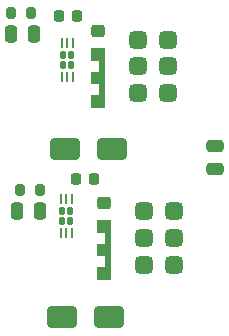
<source format=gbr>
%TF.GenerationSoftware,KiCad,Pcbnew,9.0.1*%
%TF.CreationDate,2025-07-03T11:41:20+02:00*%
%TF.ProjectId,BatteryBackup,42617474-6572-4794-9261-636b75702e6b,rev?*%
%TF.SameCoordinates,Original*%
%TF.FileFunction,Paste,Top*%
%TF.FilePolarity,Positive*%
%FSLAX46Y46*%
G04 Gerber Fmt 4.6, Leading zero omitted, Abs format (unit mm)*
G04 Created by KiCad (PCBNEW 9.0.1) date 2025-07-03 11:41:20*
%MOMM*%
%LPD*%
G01*
G04 APERTURE LIST*
G04 Aperture macros list*
%AMRoundRect*
0 Rectangle with rounded corners*
0 $1 Rounding radius*
0 $2 $3 $4 $5 $6 $7 $8 $9 X,Y pos of 4 corners*
0 Add a 4 corners polygon primitive as box body*
4,1,4,$2,$3,$4,$5,$6,$7,$8,$9,$2,$3,0*
0 Add four circle primitives for the rounded corners*
1,1,$1+$1,$2,$3*
1,1,$1+$1,$4,$5*
1,1,$1+$1,$6,$7*
1,1,$1+$1,$8,$9*
0 Add four rect primitives between the rounded corners*
20,1,$1+$1,$2,$3,$4,$5,0*
20,1,$1+$1,$4,$5,$6,$7,0*
20,1,$1+$1,$6,$7,$8,$9,0*
20,1,$1+$1,$8,$9,$2,$3,0*%
%AMFreePoly0*
4,1,14,0.240000,-2.550000,-0.240000,-2.550000,-0.890000,-2.550000,-0.890000,-1.450000,-0.240000,-1.450000,-0.240000,-0.550000,-0.890000,-0.550000,-0.890000,0.550000,-0.240000,0.550000,-0.240000,1.450000,-0.890000,1.450000,-0.890000,2.550000,0.240000,2.550000,0.240000,-2.550000,0.240000,-2.550000,$1*%
G04 Aperture macros list end*
%ADD10RoundRect,0.375000X-0.375000X0.375000X-0.375000X-0.375000X0.375000X-0.375000X0.375000X0.375000X0*%
%ADD11RoundRect,0.275000X-0.290000X-0.275000X0.290000X-0.275000X0.290000X0.275000X-0.290000X0.275000X0*%
%ADD12FreePoly0,0.000000*%
%ADD13RoundRect,0.250000X0.250000X0.475000X-0.250000X0.475000X-0.250000X-0.475000X0.250000X-0.475000X0*%
%ADD14RoundRect,0.250000X1.000000X0.650000X-1.000000X0.650000X-1.000000X-0.650000X1.000000X-0.650000X0*%
%ADD15RoundRect,0.200000X0.200000X0.275000X-0.200000X0.275000X-0.200000X-0.275000X0.200000X-0.275000X0*%
%ADD16RoundRect,0.225000X-0.225000X-0.250000X0.225000X-0.250000X0.225000X0.250000X-0.225000X0.250000X0*%
%ADD17RoundRect,0.135000X-0.135000X0.200000X-0.135000X-0.200000X0.135000X-0.200000X0.135000X0.200000X0*%
%ADD18RoundRect,0.062500X-0.062500X0.350000X-0.062500X-0.350000X0.062500X-0.350000X0.062500X0.350000X0*%
%ADD19RoundRect,0.250000X-0.475000X0.250000X-0.475000X-0.250000X0.475000X-0.250000X0.475000X0.250000X0*%
G04 APERTURE END LIST*
D10*
%TO.C,Q1*%
X148000000Y-86535000D03*
X148000000Y-88785000D03*
X148000000Y-91035000D03*
X150500000Y-86535000D03*
X150500000Y-88785000D03*
X150500000Y-91035000D03*
D11*
X144565000Y-85785000D03*
D12*
X144890000Y-89785000D03*
%TD*%
D13*
%TO.C,C6*%
X138650000Y-71500000D03*
X136750000Y-71500000D03*
%TD*%
D10*
%TO.C,Q2*%
X147500000Y-72000000D03*
X147500000Y-74250000D03*
X147500000Y-76500000D03*
X150000000Y-72000000D03*
X150000000Y-74250000D03*
X150000000Y-76500000D03*
D11*
X144065000Y-71250000D03*
D12*
X144390000Y-75250000D03*
%TD*%
D13*
%TO.C,C5*%
X139150000Y-86500000D03*
X137250000Y-86500000D03*
%TD*%
D14*
%TO.C,D2*%
X145250000Y-81250000D03*
X141250000Y-81250000D03*
%TD*%
D15*
%TO.C,R4*%
X138400000Y-69750000D03*
X136750000Y-69750000D03*
%TD*%
%TO.C,R3*%
X139150000Y-84750000D03*
X137500000Y-84750000D03*
%TD*%
D16*
%TO.C,C3*%
X142200000Y-83750000D03*
X143750000Y-83750000D03*
%TD*%
%TO.C,C4*%
X140750000Y-70000000D03*
X142300000Y-70000000D03*
%TD*%
D17*
%TO.C,U3*%
X141750000Y-86500000D03*
X141070000Y-86500000D03*
X141750000Y-87320000D03*
X141070000Y-87320000D03*
D18*
X141910000Y-85472500D03*
X141410000Y-85472500D03*
X140910000Y-85472500D03*
X140910000Y-88347500D03*
X141410000Y-88347500D03*
X141910000Y-88347500D03*
%TD*%
D14*
%TO.C,D1*%
X145000000Y-95500000D03*
X141000000Y-95500000D03*
%TD*%
D19*
%TO.C,C1*%
X154000000Y-81000000D03*
X154000000Y-82900000D03*
%TD*%
D17*
%TO.C,U4*%
X141840000Y-73277500D03*
X141160000Y-73277500D03*
X141840000Y-74097500D03*
X141160000Y-74097500D03*
D18*
X142000000Y-72250000D03*
X141500000Y-72250000D03*
X141000000Y-72250000D03*
X141000000Y-75125000D03*
X141500000Y-75125000D03*
X142000000Y-75125000D03*
%TD*%
M02*

</source>
